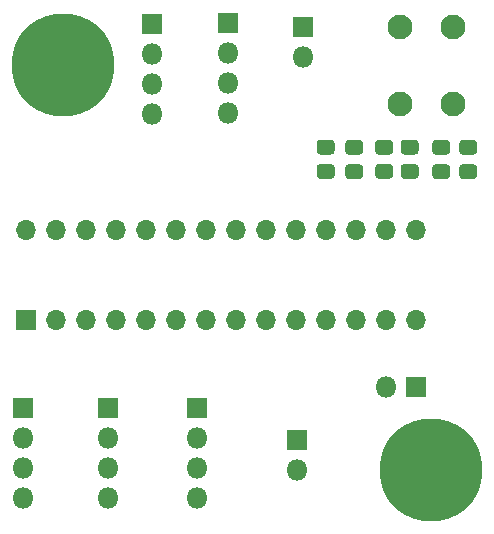
<source format=gbr>
%TF.GenerationSoftware,KiCad,Pcbnew,(5.1.6)-1*%
%TF.CreationDate,2020-09-04T23:44:55+02:00*%
%TF.ProjectId,gpioexpander3,6770696f-6578-4706-916e-646572332e6b,rev?*%
%TF.SameCoordinates,Original*%
%TF.FileFunction,Soldermask,Bot*%
%TF.FilePolarity,Negative*%
%FSLAX46Y46*%
G04 Gerber Fmt 4.6, Leading zero omitted, Abs format (unit mm)*
G04 Created by KiCad (PCBNEW (5.1.6)-1) date 2020-09-04 23:44:55*
%MOMM*%
%LPD*%
G01*
G04 APERTURE LIST*
%ADD10O,1.800000X1.800000*%
%ADD11R,1.800000X1.800000*%
%ADD12O,1.700000X1.700000*%
%ADD13R,1.700000X1.700000*%
%ADD14C,2.100000*%
%ADD15C,1.000000*%
%ADD16C,8.700000*%
G04 APERTURE END LIST*
%TO.C,R9*%
G36*
G01*
X152243262Y-74267000D02*
X151286738Y-74267000D01*
G75*
G02*
X151015000Y-73995262I0J271738D01*
G01*
X151015000Y-73288738D01*
G75*
G02*
X151286738Y-73017000I271738J0D01*
G01*
X152243262Y-73017000D01*
G75*
G02*
X152515000Y-73288738I0J-271738D01*
G01*
X152515000Y-73995262D01*
G75*
G02*
X152243262Y-74267000I-271738J0D01*
G01*
G37*
G36*
G01*
X152243262Y-76317000D02*
X151286738Y-76317000D01*
G75*
G02*
X151015000Y-76045262I0J271738D01*
G01*
X151015000Y-75338738D01*
G75*
G02*
X151286738Y-75067000I271738J0D01*
G01*
X152243262Y-75067000D01*
G75*
G02*
X152515000Y-75338738I0J-271738D01*
G01*
X152515000Y-76045262D01*
G75*
G02*
X152243262Y-76317000I-271738J0D01*
G01*
G37*
%TD*%
%TO.C,R8*%
G36*
G01*
X153699738Y-75085000D02*
X154656262Y-75085000D01*
G75*
G02*
X154928000Y-75356738I0J-271738D01*
G01*
X154928000Y-76063262D01*
G75*
G02*
X154656262Y-76335000I-271738J0D01*
G01*
X153699738Y-76335000D01*
G75*
G02*
X153428000Y-76063262I0J271738D01*
G01*
X153428000Y-75356738D01*
G75*
G02*
X153699738Y-75085000I271738J0D01*
G01*
G37*
G36*
G01*
X153699738Y-73035000D02*
X154656262Y-73035000D01*
G75*
G02*
X154928000Y-73306738I0J-271738D01*
G01*
X154928000Y-74013262D01*
G75*
G02*
X154656262Y-74285000I-271738J0D01*
G01*
X153699738Y-74285000D01*
G75*
G02*
X153428000Y-74013262I0J271738D01*
G01*
X153428000Y-73306738D01*
G75*
G02*
X153699738Y-73035000I271738J0D01*
G01*
G37*
%TD*%
%TO.C,R7*%
G36*
G01*
X159355262Y-74267000D02*
X158398738Y-74267000D01*
G75*
G02*
X158127000Y-73995262I0J271738D01*
G01*
X158127000Y-73288738D01*
G75*
G02*
X158398738Y-73017000I271738J0D01*
G01*
X159355262Y-73017000D01*
G75*
G02*
X159627000Y-73288738I0J-271738D01*
G01*
X159627000Y-73995262D01*
G75*
G02*
X159355262Y-74267000I-271738J0D01*
G01*
G37*
G36*
G01*
X159355262Y-76317000D02*
X158398738Y-76317000D01*
G75*
G02*
X158127000Y-76045262I0J271738D01*
G01*
X158127000Y-75338738D01*
G75*
G02*
X158398738Y-75067000I271738J0D01*
G01*
X159355262Y-75067000D01*
G75*
G02*
X159627000Y-75338738I0J-271738D01*
G01*
X159627000Y-76045262D01*
G75*
G02*
X159355262Y-76317000I-271738J0D01*
G01*
G37*
%TD*%
%TO.C,R6*%
G36*
G01*
X156239738Y-75067000D02*
X157196262Y-75067000D01*
G75*
G02*
X157468000Y-75338738I0J-271738D01*
G01*
X157468000Y-76045262D01*
G75*
G02*
X157196262Y-76317000I-271738J0D01*
G01*
X156239738Y-76317000D01*
G75*
G02*
X155968000Y-76045262I0J271738D01*
G01*
X155968000Y-75338738D01*
G75*
G02*
X156239738Y-75067000I271738J0D01*
G01*
G37*
G36*
G01*
X156239738Y-73017000D02*
X157196262Y-73017000D01*
G75*
G02*
X157468000Y-73288738I0J-271738D01*
G01*
X157468000Y-73995262D01*
G75*
G02*
X157196262Y-74267000I-271738J0D01*
G01*
X156239738Y-74267000D01*
G75*
G02*
X155968000Y-73995262I0J271738D01*
G01*
X155968000Y-73288738D01*
G75*
G02*
X156239738Y-73017000I271738J0D01*
G01*
G37*
%TD*%
%TO.C,R5*%
G36*
G01*
X162022262Y-74285000D02*
X161065738Y-74285000D01*
G75*
G02*
X160794000Y-74013262I0J271738D01*
G01*
X160794000Y-73306738D01*
G75*
G02*
X161065738Y-73035000I271738J0D01*
G01*
X162022262Y-73035000D01*
G75*
G02*
X162294000Y-73306738I0J-271738D01*
G01*
X162294000Y-74013262D01*
G75*
G02*
X162022262Y-74285000I-271738J0D01*
G01*
G37*
G36*
G01*
X162022262Y-76335000D02*
X161065738Y-76335000D01*
G75*
G02*
X160794000Y-76063262I0J271738D01*
G01*
X160794000Y-75356738D01*
G75*
G02*
X161065738Y-75085000I271738J0D01*
G01*
X162022262Y-75085000D01*
G75*
G02*
X162294000Y-75356738I0J-271738D01*
G01*
X162294000Y-76063262D01*
G75*
G02*
X162022262Y-76335000I-271738J0D01*
G01*
G37*
%TD*%
%TO.C,R4*%
G36*
G01*
X163351738Y-75085000D02*
X164308262Y-75085000D01*
G75*
G02*
X164580000Y-75356738I0J-271738D01*
G01*
X164580000Y-76063262D01*
G75*
G02*
X164308262Y-76335000I-271738J0D01*
G01*
X163351738Y-76335000D01*
G75*
G02*
X163080000Y-76063262I0J271738D01*
G01*
X163080000Y-75356738D01*
G75*
G02*
X163351738Y-75085000I271738J0D01*
G01*
G37*
G36*
G01*
X163351738Y-73035000D02*
X164308262Y-73035000D01*
G75*
G02*
X164580000Y-73306738I0J-271738D01*
G01*
X164580000Y-74013262D01*
G75*
G02*
X164308262Y-74285000I-271738J0D01*
G01*
X163351738Y-74285000D01*
G75*
G02*
X163080000Y-74013262I0J271738D01*
G01*
X163080000Y-73306738D01*
G75*
G02*
X163351738Y-73035000I271738J0D01*
G01*
G37*
%TD*%
D10*
%TO.C,J7*%
X140843000Y-103378000D03*
X140843000Y-100838000D03*
X140843000Y-98298000D03*
D11*
X140843000Y-95758000D03*
%TD*%
D10*
%TO.C,J1*%
X149352000Y-100965000D03*
D11*
X149352000Y-98425000D03*
%TD*%
D12*
%TO.C,U1*%
X126365000Y-80645000D03*
X159385000Y-88265000D03*
X128905000Y-80645000D03*
X156845000Y-88265000D03*
X131445000Y-80645000D03*
X154305000Y-88265000D03*
X133985000Y-80645000D03*
X151765000Y-88265000D03*
X136525000Y-80645000D03*
X149225000Y-88265000D03*
X139065000Y-80645000D03*
X146685000Y-88265000D03*
X141605000Y-80645000D03*
X144145000Y-88265000D03*
X144145000Y-80645000D03*
X141605000Y-88265000D03*
X146685000Y-80645000D03*
X139065000Y-88265000D03*
X149225000Y-80645000D03*
X136525000Y-88265000D03*
X151765000Y-80645000D03*
X133985000Y-88265000D03*
X154305000Y-80645000D03*
X131445000Y-88265000D03*
X156845000Y-80645000D03*
X128905000Y-88265000D03*
X159385000Y-80645000D03*
D13*
X126365000Y-88265000D03*
%TD*%
D14*
%TO.C,SW1*%
X162560000Y-70000000D03*
X158060000Y-70000000D03*
X162560000Y-63500000D03*
X158060000Y-63500000D03*
%TD*%
D10*
%TO.C,J8*%
X149860000Y-66040000D03*
D11*
X149860000Y-63500000D03*
%TD*%
D10*
%TO.C,J6*%
X133350000Y-103378000D03*
X133350000Y-100838000D03*
X133350000Y-98298000D03*
D11*
X133350000Y-95758000D03*
%TD*%
D10*
%TO.C,J5*%
X126111000Y-103378000D03*
X126111000Y-100838000D03*
X126111000Y-98298000D03*
D11*
X126111000Y-95758000D03*
%TD*%
D10*
%TO.C,J4*%
X137033000Y-70866000D03*
X137033000Y-68326000D03*
X137033000Y-65786000D03*
D11*
X137033000Y-63246000D03*
%TD*%
D10*
%TO.C,J3*%
X143510000Y-70739000D03*
X143510000Y-68199000D03*
X143510000Y-65659000D03*
D11*
X143510000Y-63119000D03*
%TD*%
D10*
%TO.C,J2*%
X156845000Y-93980000D03*
D11*
X159385000Y-93980000D03*
%TD*%
D15*
%TO.C,H2*%
X162935419Y-98684581D03*
X160655000Y-97740000D03*
X158374581Y-98684581D03*
X157430000Y-100965000D03*
X158374581Y-103245419D03*
X160655000Y-104190000D03*
X162935419Y-103245419D03*
X163880000Y-100965000D03*
D16*
X160655000Y-100965000D03*
%TD*%
D15*
%TO.C,H1*%
X131820419Y-64394581D03*
X129540000Y-63450000D03*
X127259581Y-64394581D03*
X126315000Y-66675000D03*
X127259581Y-68955419D03*
X129540000Y-69900000D03*
X131820419Y-68955419D03*
X132765000Y-66675000D03*
D16*
X129540000Y-66675000D03*
%TD*%
M02*

</source>
